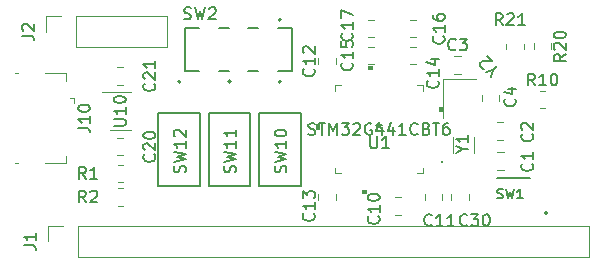
<source format=gbr>
%TF.GenerationSoftware,KiCad,Pcbnew,(6.0.6)*%
%TF.CreationDate,2022-07-30T22:38:46-07:00*%
%TF.ProjectId,ManySegDisplayController,4d616e79-5365-4674-9469-73706c617943,rev?*%
%TF.SameCoordinates,Original*%
%TF.FileFunction,Legend,Top*%
%TF.FilePolarity,Positive*%
%FSLAX46Y46*%
G04 Gerber Fmt 4.6, Leading zero omitted, Abs format (unit mm)*
G04 Created by KiCad (PCBNEW (6.0.6)) date 2022-07-30 22:38:46*
%MOMM*%
%LPD*%
G01*
G04 APERTURE LIST*
%ADD10C,0.150000*%
%ADD11C,0.120000*%
%ADD12C,0.127000*%
%ADD13C,0.200000*%
%ADD14C,0.100000*%
G04 APERTURE END LIST*
D10*
%TO.C,C20*%
X134607142Y-78392857D02*
X134654761Y-78440476D01*
X134702380Y-78583333D01*
X134702380Y-78678571D01*
X134654761Y-78821428D01*
X134559523Y-78916666D01*
X134464285Y-78964285D01*
X134273809Y-79011904D01*
X134130952Y-79011904D01*
X133940476Y-78964285D01*
X133845238Y-78916666D01*
X133750000Y-78821428D01*
X133702380Y-78678571D01*
X133702380Y-78583333D01*
X133750000Y-78440476D01*
X133797619Y-78392857D01*
X133797619Y-78011904D02*
X133750000Y-77964285D01*
X133702380Y-77869047D01*
X133702380Y-77630952D01*
X133750000Y-77535714D01*
X133797619Y-77488095D01*
X133892857Y-77440476D01*
X133988095Y-77440476D01*
X134130952Y-77488095D01*
X134702380Y-78059523D01*
X134702380Y-77440476D01*
X133702380Y-76821428D02*
X133702380Y-76726190D01*
X133750000Y-76630952D01*
X133797619Y-76583333D01*
X133892857Y-76535714D01*
X134083333Y-76488095D01*
X134321428Y-76488095D01*
X134511904Y-76535714D01*
X134607142Y-76583333D01*
X134654761Y-76630952D01*
X134702380Y-76726190D01*
X134702380Y-76821428D01*
X134654761Y-76916666D01*
X134607142Y-76964285D01*
X134511904Y-77011904D01*
X134321428Y-77059523D01*
X134083333Y-77059523D01*
X133892857Y-77011904D01*
X133797619Y-76964285D01*
X133750000Y-76916666D01*
X133702380Y-76821428D01*
%TO.C,C21*%
X134607142Y-72392857D02*
X134654761Y-72440476D01*
X134702380Y-72583333D01*
X134702380Y-72678571D01*
X134654761Y-72821428D01*
X134559523Y-72916666D01*
X134464285Y-72964285D01*
X134273809Y-73011904D01*
X134130952Y-73011904D01*
X133940476Y-72964285D01*
X133845238Y-72916666D01*
X133750000Y-72821428D01*
X133702380Y-72678571D01*
X133702380Y-72583333D01*
X133750000Y-72440476D01*
X133797619Y-72392857D01*
X133797619Y-72011904D02*
X133750000Y-71964285D01*
X133702380Y-71869047D01*
X133702380Y-71630952D01*
X133750000Y-71535714D01*
X133797619Y-71488095D01*
X133892857Y-71440476D01*
X133988095Y-71440476D01*
X134130952Y-71488095D01*
X134702380Y-72059523D01*
X134702380Y-71440476D01*
X134702380Y-70488095D02*
X134702380Y-71059523D01*
X134702380Y-70773809D02*
X133702380Y-70773809D01*
X133845238Y-70869047D01*
X133940476Y-70964285D01*
X133988095Y-71059523D01*
%TO.C,J1*%
X123602380Y-86083333D02*
X124316666Y-86083333D01*
X124459523Y-86130952D01*
X124554761Y-86226190D01*
X124602380Y-86369047D01*
X124602380Y-86464285D01*
X124602380Y-85083333D02*
X124602380Y-85654761D01*
X124602380Y-85369047D02*
X123602380Y-85369047D01*
X123745238Y-85464285D01*
X123840476Y-85559523D01*
X123888095Y-85654761D01*
%TO.C,J10*%
X128182380Y-76149523D02*
X128896666Y-76149523D01*
X129039523Y-76197142D01*
X129134761Y-76292380D01*
X129182380Y-76435238D01*
X129182380Y-76530476D01*
X129182380Y-75149523D02*
X129182380Y-75720952D01*
X129182380Y-75435238D02*
X128182380Y-75435238D01*
X128325238Y-75530476D01*
X128420476Y-75625714D01*
X128468095Y-75720952D01*
X128182380Y-74530476D02*
X128182380Y-74435238D01*
X128230000Y-74340000D01*
X128277619Y-74292380D01*
X128372857Y-74244761D01*
X128563333Y-74197142D01*
X128801428Y-74197142D01*
X128991904Y-74244761D01*
X129087142Y-74292380D01*
X129134761Y-74340000D01*
X129182380Y-74435238D01*
X129182380Y-74530476D01*
X129134761Y-74625714D01*
X129087142Y-74673333D01*
X128991904Y-74720952D01*
X128801428Y-74768571D01*
X128563333Y-74768571D01*
X128372857Y-74720952D01*
X128277619Y-74673333D01*
X128230000Y-74625714D01*
X128182380Y-74530476D01*
%TO.C,SW2*%
X137166666Y-66904761D02*
X137309523Y-66952380D01*
X137547619Y-66952380D01*
X137642857Y-66904761D01*
X137690476Y-66857142D01*
X137738095Y-66761904D01*
X137738095Y-66666666D01*
X137690476Y-66571428D01*
X137642857Y-66523809D01*
X137547619Y-66476190D01*
X137357142Y-66428571D01*
X137261904Y-66380952D01*
X137214285Y-66333333D01*
X137166666Y-66238095D01*
X137166666Y-66142857D01*
X137214285Y-66047619D01*
X137261904Y-66000000D01*
X137357142Y-65952380D01*
X137595238Y-65952380D01*
X137738095Y-66000000D01*
X138071428Y-65952380D02*
X138309523Y-66952380D01*
X138500000Y-66238095D01*
X138690476Y-66952380D01*
X138928571Y-65952380D01*
X139261904Y-66047619D02*
X139309523Y-66000000D01*
X139404761Y-65952380D01*
X139642857Y-65952380D01*
X139738095Y-66000000D01*
X139785714Y-66047619D01*
X139833333Y-66142857D01*
X139833333Y-66238095D01*
X139785714Y-66380952D01*
X139214285Y-66952380D01*
X139833333Y-66952380D01*
%TO.C,SW10*%
X145764761Y-79909523D02*
X145812380Y-79766666D01*
X145812380Y-79528571D01*
X145764761Y-79433333D01*
X145717142Y-79385714D01*
X145621904Y-79338095D01*
X145526666Y-79338095D01*
X145431428Y-79385714D01*
X145383809Y-79433333D01*
X145336190Y-79528571D01*
X145288571Y-79719047D01*
X145240952Y-79814285D01*
X145193333Y-79861904D01*
X145098095Y-79909523D01*
X145002857Y-79909523D01*
X144907619Y-79861904D01*
X144860000Y-79814285D01*
X144812380Y-79719047D01*
X144812380Y-79480952D01*
X144860000Y-79338095D01*
X144812380Y-79004761D02*
X145812380Y-78766666D01*
X145098095Y-78576190D01*
X145812380Y-78385714D01*
X144812380Y-78147619D01*
X145812380Y-77242857D02*
X145812380Y-77814285D01*
X145812380Y-77528571D02*
X144812380Y-77528571D01*
X144955238Y-77623809D01*
X145050476Y-77719047D01*
X145098095Y-77814285D01*
X144812380Y-76623809D02*
X144812380Y-76528571D01*
X144860000Y-76433333D01*
X144907619Y-76385714D01*
X145002857Y-76338095D01*
X145193333Y-76290476D01*
X145431428Y-76290476D01*
X145621904Y-76338095D01*
X145717142Y-76385714D01*
X145764761Y-76433333D01*
X145812380Y-76528571D01*
X145812380Y-76623809D01*
X145764761Y-76719047D01*
X145717142Y-76766666D01*
X145621904Y-76814285D01*
X145431428Y-76861904D01*
X145193333Y-76861904D01*
X145002857Y-76814285D01*
X144907619Y-76766666D01*
X144860000Y-76719047D01*
X144812380Y-76623809D01*
%TO.C,SW11*%
X141484761Y-79909523D02*
X141532380Y-79766666D01*
X141532380Y-79528571D01*
X141484761Y-79433333D01*
X141437142Y-79385714D01*
X141341904Y-79338095D01*
X141246666Y-79338095D01*
X141151428Y-79385714D01*
X141103809Y-79433333D01*
X141056190Y-79528571D01*
X141008571Y-79719047D01*
X140960952Y-79814285D01*
X140913333Y-79861904D01*
X140818095Y-79909523D01*
X140722857Y-79909523D01*
X140627619Y-79861904D01*
X140580000Y-79814285D01*
X140532380Y-79719047D01*
X140532380Y-79480952D01*
X140580000Y-79338095D01*
X140532380Y-79004761D02*
X141532380Y-78766666D01*
X140818095Y-78576190D01*
X141532380Y-78385714D01*
X140532380Y-78147619D01*
X141532380Y-77242857D02*
X141532380Y-77814285D01*
X141532380Y-77528571D02*
X140532380Y-77528571D01*
X140675238Y-77623809D01*
X140770476Y-77719047D01*
X140818095Y-77814285D01*
X141532380Y-76290476D02*
X141532380Y-76861904D01*
X141532380Y-76576190D02*
X140532380Y-76576190D01*
X140675238Y-76671428D01*
X140770476Y-76766666D01*
X140818095Y-76861904D01*
%TO.C,SW12*%
X137224761Y-79909523D02*
X137272380Y-79766666D01*
X137272380Y-79528571D01*
X137224761Y-79433333D01*
X137177142Y-79385714D01*
X137081904Y-79338095D01*
X136986666Y-79338095D01*
X136891428Y-79385714D01*
X136843809Y-79433333D01*
X136796190Y-79528571D01*
X136748571Y-79719047D01*
X136700952Y-79814285D01*
X136653333Y-79861904D01*
X136558095Y-79909523D01*
X136462857Y-79909523D01*
X136367619Y-79861904D01*
X136320000Y-79814285D01*
X136272380Y-79719047D01*
X136272380Y-79480952D01*
X136320000Y-79338095D01*
X136272380Y-79004761D02*
X137272380Y-78766666D01*
X136558095Y-78576190D01*
X137272380Y-78385714D01*
X136272380Y-78147619D01*
X137272380Y-77242857D02*
X137272380Y-77814285D01*
X137272380Y-77528571D02*
X136272380Y-77528571D01*
X136415238Y-77623809D01*
X136510476Y-77719047D01*
X136558095Y-77814285D01*
X136367619Y-76861904D02*
X136320000Y-76814285D01*
X136272380Y-76719047D01*
X136272380Y-76480952D01*
X136320000Y-76385714D01*
X136367619Y-76338095D01*
X136462857Y-76290476D01*
X136558095Y-76290476D01*
X136700952Y-76338095D01*
X137272380Y-76909523D01*
X137272380Y-76290476D01*
%TO.C,U10*%
X131202380Y-75988095D02*
X132011904Y-75988095D01*
X132107142Y-75940476D01*
X132154761Y-75892857D01*
X132202380Y-75797619D01*
X132202380Y-75607142D01*
X132154761Y-75511904D01*
X132107142Y-75464285D01*
X132011904Y-75416666D01*
X131202380Y-75416666D01*
X132202380Y-74416666D02*
X132202380Y-74988095D01*
X132202380Y-74702380D02*
X131202380Y-74702380D01*
X131345238Y-74797619D01*
X131440476Y-74892857D01*
X131488095Y-74988095D01*
X131202380Y-73797619D02*
X131202380Y-73702380D01*
X131250000Y-73607142D01*
X131297619Y-73559523D01*
X131392857Y-73511904D01*
X131583333Y-73464285D01*
X131821428Y-73464285D01*
X132011904Y-73511904D01*
X132107142Y-73559523D01*
X132154761Y-73607142D01*
X132202380Y-73702380D01*
X132202380Y-73797619D01*
X132154761Y-73892857D01*
X132107142Y-73940476D01*
X132011904Y-73988095D01*
X131821428Y-74035714D01*
X131583333Y-74035714D01*
X131392857Y-73988095D01*
X131297619Y-73940476D01*
X131250000Y-73892857D01*
X131202380Y-73797619D01*
%TO.C,R1*%
X128833333Y-80452380D02*
X128500000Y-79976190D01*
X128261904Y-80452380D02*
X128261904Y-79452380D01*
X128642857Y-79452380D01*
X128738095Y-79500000D01*
X128785714Y-79547619D01*
X128833333Y-79642857D01*
X128833333Y-79785714D01*
X128785714Y-79880952D01*
X128738095Y-79928571D01*
X128642857Y-79976190D01*
X128261904Y-79976190D01*
X129785714Y-80452380D02*
X129214285Y-80452380D01*
X129500000Y-80452380D02*
X129500000Y-79452380D01*
X129404761Y-79595238D01*
X129309523Y-79690476D01*
X129214285Y-79738095D01*
%TO.C,R2*%
X128833333Y-82452380D02*
X128500000Y-81976190D01*
X128261904Y-82452380D02*
X128261904Y-81452380D01*
X128642857Y-81452380D01*
X128738095Y-81500000D01*
X128785714Y-81547619D01*
X128833333Y-81642857D01*
X128833333Y-81785714D01*
X128785714Y-81880952D01*
X128738095Y-81928571D01*
X128642857Y-81976190D01*
X128261904Y-81976190D01*
X129214285Y-81547619D02*
X129261904Y-81500000D01*
X129357142Y-81452380D01*
X129595238Y-81452380D01*
X129690476Y-81500000D01*
X129738095Y-81547619D01*
X129785714Y-81642857D01*
X129785714Y-81738095D01*
X129738095Y-81880952D01*
X129166666Y-82452380D01*
X129785714Y-82452380D01*
%TO.C,J2*%
X123432380Y-68333333D02*
X124146666Y-68333333D01*
X124289523Y-68380952D01*
X124384761Y-68476190D01*
X124432380Y-68619047D01*
X124432380Y-68714285D01*
X123527619Y-67904761D02*
X123480000Y-67857142D01*
X123432380Y-67761904D01*
X123432380Y-67523809D01*
X123480000Y-67428571D01*
X123527619Y-67380952D01*
X123622857Y-67333333D01*
X123718095Y-67333333D01*
X123860952Y-67380952D01*
X124432380Y-67952380D01*
X124432380Y-67333333D01*
%TO.C,SW1*%
X163680886Y-82074552D02*
X163795434Y-82112734D01*
X163986347Y-82112734D01*
X164062712Y-82074552D01*
X164100895Y-82036369D01*
X164139078Y-81960004D01*
X164139078Y-81883639D01*
X164100895Y-81807273D01*
X164062712Y-81769091D01*
X163986347Y-81730908D01*
X163833617Y-81692726D01*
X163757251Y-81654543D01*
X163719069Y-81616360D01*
X163680886Y-81539995D01*
X163680886Y-81463630D01*
X163719069Y-81387265D01*
X163757251Y-81349082D01*
X163833617Y-81310899D01*
X164024530Y-81310899D01*
X164139078Y-81349082D01*
X164406356Y-81310899D02*
X164597269Y-82112734D01*
X164750000Y-81539995D01*
X164902730Y-82112734D01*
X165093643Y-81310899D01*
X165819113Y-82112734D02*
X165360921Y-82112734D01*
X165590017Y-82112734D02*
X165590017Y-81310899D01*
X165513652Y-81425447D01*
X165437287Y-81501812D01*
X165360921Y-81539995D01*
%TO.C,C1*%
X166607142Y-79166666D02*
X166654761Y-79214285D01*
X166702380Y-79357142D01*
X166702380Y-79452380D01*
X166654761Y-79595238D01*
X166559523Y-79690476D01*
X166464285Y-79738095D01*
X166273809Y-79785714D01*
X166130952Y-79785714D01*
X165940476Y-79738095D01*
X165845238Y-79690476D01*
X165750000Y-79595238D01*
X165702380Y-79452380D01*
X165702380Y-79357142D01*
X165750000Y-79214285D01*
X165797619Y-79166666D01*
X166702380Y-78214285D02*
X166702380Y-78785714D01*
X166702380Y-78500000D02*
X165702380Y-78500000D01*
X165845238Y-78595238D01*
X165940476Y-78690476D01*
X165988095Y-78785714D01*
%TO.C,C4*%
X165157142Y-73696666D02*
X165204761Y-73744285D01*
X165252380Y-73887142D01*
X165252380Y-73982380D01*
X165204761Y-74125238D01*
X165109523Y-74220476D01*
X165014285Y-74268095D01*
X164823809Y-74315714D01*
X164680952Y-74315714D01*
X164490476Y-74268095D01*
X164395238Y-74220476D01*
X164300000Y-74125238D01*
X164252380Y-73982380D01*
X164252380Y-73887142D01*
X164300000Y-73744285D01*
X164347619Y-73696666D01*
X164585714Y-72839523D02*
X165252380Y-72839523D01*
X164204761Y-73077619D02*
X164919047Y-73315714D01*
X164919047Y-72696666D01*
%TO.C,C13*%
X148107142Y-83392857D02*
X148154761Y-83440476D01*
X148202380Y-83583333D01*
X148202380Y-83678571D01*
X148154761Y-83821428D01*
X148059523Y-83916666D01*
X147964285Y-83964285D01*
X147773809Y-84011904D01*
X147630952Y-84011904D01*
X147440476Y-83964285D01*
X147345238Y-83916666D01*
X147250000Y-83821428D01*
X147202380Y-83678571D01*
X147202380Y-83583333D01*
X147250000Y-83440476D01*
X147297619Y-83392857D01*
X148202380Y-82440476D02*
X148202380Y-83011904D01*
X148202380Y-82726190D02*
X147202380Y-82726190D01*
X147345238Y-82821428D01*
X147440476Y-82916666D01*
X147488095Y-83011904D01*
X147202380Y-82107142D02*
X147202380Y-81488095D01*
X147583333Y-81821428D01*
X147583333Y-81678571D01*
X147630952Y-81583333D01*
X147678571Y-81535714D01*
X147773809Y-81488095D01*
X148011904Y-81488095D01*
X148107142Y-81535714D01*
X148154761Y-81583333D01*
X148202380Y-81678571D01*
X148202380Y-81964285D01*
X148154761Y-82059523D01*
X148107142Y-82107142D01*
%TO.C,C11*%
X158107142Y-84357142D02*
X158059523Y-84404761D01*
X157916666Y-84452380D01*
X157821428Y-84452380D01*
X157678571Y-84404761D01*
X157583333Y-84309523D01*
X157535714Y-84214285D01*
X157488095Y-84023809D01*
X157488095Y-83880952D01*
X157535714Y-83690476D01*
X157583333Y-83595238D01*
X157678571Y-83500000D01*
X157821428Y-83452380D01*
X157916666Y-83452380D01*
X158059523Y-83500000D01*
X158107142Y-83547619D01*
X159059523Y-84452380D02*
X158488095Y-84452380D01*
X158773809Y-84452380D02*
X158773809Y-83452380D01*
X158678571Y-83595238D01*
X158583333Y-83690476D01*
X158488095Y-83738095D01*
X160011904Y-84452380D02*
X159440476Y-84452380D01*
X159726190Y-84452380D02*
X159726190Y-83452380D01*
X159630952Y-83595238D01*
X159535714Y-83690476D01*
X159440476Y-83738095D01*
%TO.C,C12*%
X148107142Y-71142857D02*
X148154761Y-71190476D01*
X148202380Y-71333333D01*
X148202380Y-71428571D01*
X148154761Y-71571428D01*
X148059523Y-71666666D01*
X147964285Y-71714285D01*
X147773809Y-71761904D01*
X147630952Y-71761904D01*
X147440476Y-71714285D01*
X147345238Y-71666666D01*
X147250000Y-71571428D01*
X147202380Y-71428571D01*
X147202380Y-71333333D01*
X147250000Y-71190476D01*
X147297619Y-71142857D01*
X148202380Y-70190476D02*
X148202380Y-70761904D01*
X148202380Y-70476190D02*
X147202380Y-70476190D01*
X147345238Y-70571428D01*
X147440476Y-70666666D01*
X147488095Y-70761904D01*
X147297619Y-69809523D02*
X147250000Y-69761904D01*
X147202380Y-69666666D01*
X147202380Y-69428571D01*
X147250000Y-69333333D01*
X147297619Y-69285714D01*
X147392857Y-69238095D01*
X147488095Y-69238095D01*
X147630952Y-69285714D01*
X148202380Y-69857142D01*
X148202380Y-69238095D01*
%TO.C,C15*%
X151357142Y-70642857D02*
X151404761Y-70690476D01*
X151452380Y-70833333D01*
X151452380Y-70928571D01*
X151404761Y-71071428D01*
X151309523Y-71166666D01*
X151214285Y-71214285D01*
X151023809Y-71261904D01*
X150880952Y-71261904D01*
X150690476Y-71214285D01*
X150595238Y-71166666D01*
X150500000Y-71071428D01*
X150452380Y-70928571D01*
X150452380Y-70833333D01*
X150500000Y-70690476D01*
X150547619Y-70642857D01*
X151452380Y-69690476D02*
X151452380Y-70261904D01*
X151452380Y-69976190D02*
X150452380Y-69976190D01*
X150595238Y-70071428D01*
X150690476Y-70166666D01*
X150738095Y-70261904D01*
X150452380Y-68785714D02*
X150452380Y-69261904D01*
X150928571Y-69309523D01*
X150880952Y-69261904D01*
X150833333Y-69166666D01*
X150833333Y-68928571D01*
X150880952Y-68833333D01*
X150928571Y-68785714D01*
X151023809Y-68738095D01*
X151261904Y-68738095D01*
X151357142Y-68785714D01*
X151404761Y-68833333D01*
X151452380Y-68928571D01*
X151452380Y-69166666D01*
X151404761Y-69261904D01*
X151357142Y-69309523D01*
%TO.C,C16*%
X159107142Y-68392857D02*
X159154761Y-68440476D01*
X159202380Y-68583333D01*
X159202380Y-68678571D01*
X159154761Y-68821428D01*
X159059523Y-68916666D01*
X158964285Y-68964285D01*
X158773809Y-69011904D01*
X158630952Y-69011904D01*
X158440476Y-68964285D01*
X158345238Y-68916666D01*
X158250000Y-68821428D01*
X158202380Y-68678571D01*
X158202380Y-68583333D01*
X158250000Y-68440476D01*
X158297619Y-68392857D01*
X159202380Y-67440476D02*
X159202380Y-68011904D01*
X159202380Y-67726190D02*
X158202380Y-67726190D01*
X158345238Y-67821428D01*
X158440476Y-67916666D01*
X158488095Y-68011904D01*
X158202380Y-66583333D02*
X158202380Y-66773809D01*
X158250000Y-66869047D01*
X158297619Y-66916666D01*
X158440476Y-67011904D01*
X158630952Y-67059523D01*
X159011904Y-67059523D01*
X159107142Y-67011904D01*
X159154761Y-66964285D01*
X159202380Y-66869047D01*
X159202380Y-66678571D01*
X159154761Y-66583333D01*
X159107142Y-66535714D01*
X159011904Y-66488095D01*
X158773809Y-66488095D01*
X158678571Y-66535714D01*
X158630952Y-66583333D01*
X158583333Y-66678571D01*
X158583333Y-66869047D01*
X158630952Y-66964285D01*
X158678571Y-67011904D01*
X158773809Y-67059523D01*
%TO.C,C10*%
X153607142Y-83642857D02*
X153654761Y-83690476D01*
X153702380Y-83833333D01*
X153702380Y-83928571D01*
X153654761Y-84071428D01*
X153559523Y-84166666D01*
X153464285Y-84214285D01*
X153273809Y-84261904D01*
X153130952Y-84261904D01*
X152940476Y-84214285D01*
X152845238Y-84166666D01*
X152750000Y-84071428D01*
X152702380Y-83928571D01*
X152702380Y-83833333D01*
X152750000Y-83690476D01*
X152797619Y-83642857D01*
X153702380Y-82690476D02*
X153702380Y-83261904D01*
X153702380Y-82976190D02*
X152702380Y-82976190D01*
X152845238Y-83071428D01*
X152940476Y-83166666D01*
X152988095Y-83261904D01*
X152702380Y-82071428D02*
X152702380Y-81976190D01*
X152750000Y-81880952D01*
X152797619Y-81833333D01*
X152892857Y-81785714D01*
X153083333Y-81738095D01*
X153321428Y-81738095D01*
X153511904Y-81785714D01*
X153607142Y-81833333D01*
X153654761Y-81880952D01*
X153702380Y-81976190D01*
X153702380Y-82071428D01*
X153654761Y-82166666D01*
X153607142Y-82214285D01*
X153511904Y-82261904D01*
X153321428Y-82309523D01*
X153083333Y-82309523D01*
X152892857Y-82261904D01*
X152797619Y-82214285D01*
X152750000Y-82166666D01*
X152702380Y-82071428D01*
%TO.C,C17*%
X151357142Y-68142857D02*
X151404761Y-68190476D01*
X151452380Y-68333333D01*
X151452380Y-68428571D01*
X151404761Y-68571428D01*
X151309523Y-68666666D01*
X151214285Y-68714285D01*
X151023809Y-68761904D01*
X150880952Y-68761904D01*
X150690476Y-68714285D01*
X150595238Y-68666666D01*
X150500000Y-68571428D01*
X150452380Y-68428571D01*
X150452380Y-68333333D01*
X150500000Y-68190476D01*
X150547619Y-68142857D01*
X151452380Y-67190476D02*
X151452380Y-67761904D01*
X151452380Y-67476190D02*
X150452380Y-67476190D01*
X150595238Y-67571428D01*
X150690476Y-67666666D01*
X150738095Y-67761904D01*
X150452380Y-66857142D02*
X150452380Y-66190476D01*
X151452380Y-66619047D01*
%TO.C,C30*%
X161107142Y-84357142D02*
X161059523Y-84404761D01*
X160916666Y-84452380D01*
X160821428Y-84452380D01*
X160678571Y-84404761D01*
X160583333Y-84309523D01*
X160535714Y-84214285D01*
X160488095Y-84023809D01*
X160488095Y-83880952D01*
X160535714Y-83690476D01*
X160583333Y-83595238D01*
X160678571Y-83500000D01*
X160821428Y-83452380D01*
X160916666Y-83452380D01*
X161059523Y-83500000D01*
X161107142Y-83547619D01*
X161440476Y-83452380D02*
X162059523Y-83452380D01*
X161726190Y-83833333D01*
X161869047Y-83833333D01*
X161964285Y-83880952D01*
X162011904Y-83928571D01*
X162059523Y-84023809D01*
X162059523Y-84261904D01*
X162011904Y-84357142D01*
X161964285Y-84404761D01*
X161869047Y-84452380D01*
X161583333Y-84452380D01*
X161488095Y-84404761D01*
X161440476Y-84357142D01*
X162678571Y-83452380D02*
X162773809Y-83452380D01*
X162869047Y-83500000D01*
X162916666Y-83547619D01*
X162964285Y-83642857D01*
X163011904Y-83833333D01*
X163011904Y-84071428D01*
X162964285Y-84261904D01*
X162916666Y-84357142D01*
X162869047Y-84404761D01*
X162773809Y-84452380D01*
X162678571Y-84452380D01*
X162583333Y-84404761D01*
X162535714Y-84357142D01*
X162488095Y-84261904D01*
X162440476Y-84071428D01*
X162440476Y-83833333D01*
X162488095Y-83642857D01*
X162535714Y-83547619D01*
X162583333Y-83500000D01*
X162678571Y-83452380D01*
%TO.C,C2*%
X166607142Y-76666666D02*
X166654761Y-76714285D01*
X166702380Y-76857142D01*
X166702380Y-76952380D01*
X166654761Y-77095238D01*
X166559523Y-77190476D01*
X166464285Y-77238095D01*
X166273809Y-77285714D01*
X166130952Y-77285714D01*
X165940476Y-77238095D01*
X165845238Y-77190476D01*
X165750000Y-77095238D01*
X165702380Y-76952380D01*
X165702380Y-76857142D01*
X165750000Y-76714285D01*
X165797619Y-76666666D01*
X165797619Y-76285714D02*
X165750000Y-76238095D01*
X165702380Y-76142857D01*
X165702380Y-75904761D01*
X165750000Y-75809523D01*
X165797619Y-75761904D01*
X165892857Y-75714285D01*
X165988095Y-75714285D01*
X166130952Y-75761904D01*
X166702380Y-76333333D01*
X166702380Y-75714285D01*
%TO.C,C3*%
X160133333Y-69497142D02*
X160085714Y-69544761D01*
X159942857Y-69592380D01*
X159847619Y-69592380D01*
X159704761Y-69544761D01*
X159609523Y-69449523D01*
X159561904Y-69354285D01*
X159514285Y-69163809D01*
X159514285Y-69020952D01*
X159561904Y-68830476D01*
X159609523Y-68735238D01*
X159704761Y-68640000D01*
X159847619Y-68592380D01*
X159942857Y-68592380D01*
X160085714Y-68640000D01*
X160133333Y-68687619D01*
X160466666Y-68592380D02*
X161085714Y-68592380D01*
X160752380Y-68973333D01*
X160895238Y-68973333D01*
X160990476Y-69020952D01*
X161038095Y-69068571D01*
X161085714Y-69163809D01*
X161085714Y-69401904D01*
X161038095Y-69497142D01*
X160990476Y-69544761D01*
X160895238Y-69592380D01*
X160609523Y-69592380D01*
X160514285Y-69544761D01*
X160466666Y-69497142D01*
%TO.C,C14*%
X158607142Y-72142857D02*
X158654761Y-72190476D01*
X158702380Y-72333333D01*
X158702380Y-72428571D01*
X158654761Y-72571428D01*
X158559523Y-72666666D01*
X158464285Y-72714285D01*
X158273809Y-72761904D01*
X158130952Y-72761904D01*
X157940476Y-72714285D01*
X157845238Y-72666666D01*
X157750000Y-72571428D01*
X157702380Y-72428571D01*
X157702380Y-72333333D01*
X157750000Y-72190476D01*
X157797619Y-72142857D01*
X158702380Y-71190476D02*
X158702380Y-71761904D01*
X158702380Y-71476190D02*
X157702380Y-71476190D01*
X157845238Y-71571428D01*
X157940476Y-71666666D01*
X157988095Y-71761904D01*
X158035714Y-70333333D02*
X158702380Y-70333333D01*
X157654761Y-70571428D02*
X158369047Y-70809523D01*
X158369047Y-70190476D01*
%TO.C,U1*%
X152918095Y-76862380D02*
X152918095Y-77671904D01*
X152965714Y-77767142D01*
X153013333Y-77814761D01*
X153108571Y-77862380D01*
X153299047Y-77862380D01*
X153394285Y-77814761D01*
X153441904Y-77767142D01*
X153489523Y-77671904D01*
X153489523Y-76862380D01*
X154489523Y-77862380D02*
X153918095Y-77862380D01*
X154203809Y-77862380D02*
X154203809Y-76862380D01*
X154108571Y-77005238D01*
X154013333Y-77100476D01*
X153918095Y-77148095D01*
X147673809Y-76684761D02*
X147816666Y-76732380D01*
X148054761Y-76732380D01*
X148150000Y-76684761D01*
X148197619Y-76637142D01*
X148245238Y-76541904D01*
X148245238Y-76446666D01*
X148197619Y-76351428D01*
X148150000Y-76303809D01*
X148054761Y-76256190D01*
X147864285Y-76208571D01*
X147769047Y-76160952D01*
X147721428Y-76113333D01*
X147673809Y-76018095D01*
X147673809Y-75922857D01*
X147721428Y-75827619D01*
X147769047Y-75780000D01*
X147864285Y-75732380D01*
X148102380Y-75732380D01*
X148245238Y-75780000D01*
X148530952Y-75732380D02*
X149102380Y-75732380D01*
X148816666Y-76732380D02*
X148816666Y-75732380D01*
X149435714Y-76732380D02*
X149435714Y-75732380D01*
X149769047Y-76446666D01*
X150102380Y-75732380D01*
X150102380Y-76732380D01*
X150483333Y-75732380D02*
X151102380Y-75732380D01*
X150769047Y-76113333D01*
X150911904Y-76113333D01*
X151007142Y-76160952D01*
X151054761Y-76208571D01*
X151102380Y-76303809D01*
X151102380Y-76541904D01*
X151054761Y-76637142D01*
X151007142Y-76684761D01*
X150911904Y-76732380D01*
X150626190Y-76732380D01*
X150530952Y-76684761D01*
X150483333Y-76637142D01*
X151483333Y-75827619D02*
X151530952Y-75780000D01*
X151626190Y-75732380D01*
X151864285Y-75732380D01*
X151959523Y-75780000D01*
X152007142Y-75827619D01*
X152054761Y-75922857D01*
X152054761Y-76018095D01*
X152007142Y-76160952D01*
X151435714Y-76732380D01*
X152054761Y-76732380D01*
X153007142Y-75780000D02*
X152911904Y-75732380D01*
X152769047Y-75732380D01*
X152626190Y-75780000D01*
X152530952Y-75875238D01*
X152483333Y-75970476D01*
X152435714Y-76160952D01*
X152435714Y-76303809D01*
X152483333Y-76494285D01*
X152530952Y-76589523D01*
X152626190Y-76684761D01*
X152769047Y-76732380D01*
X152864285Y-76732380D01*
X153007142Y-76684761D01*
X153054761Y-76637142D01*
X153054761Y-76303809D01*
X152864285Y-76303809D01*
X153911904Y-76065714D02*
X153911904Y-76732380D01*
X153673809Y-75684761D02*
X153435714Y-76399047D01*
X154054761Y-76399047D01*
X154864285Y-76065714D02*
X154864285Y-76732380D01*
X154626190Y-75684761D02*
X154388095Y-76399047D01*
X155007142Y-76399047D01*
X155911904Y-76732380D02*
X155340476Y-76732380D01*
X155626190Y-76732380D02*
X155626190Y-75732380D01*
X155530952Y-75875238D01*
X155435714Y-75970476D01*
X155340476Y-76018095D01*
X156911904Y-76637142D02*
X156864285Y-76684761D01*
X156721428Y-76732380D01*
X156626190Y-76732380D01*
X156483333Y-76684761D01*
X156388095Y-76589523D01*
X156340476Y-76494285D01*
X156292857Y-76303809D01*
X156292857Y-76160952D01*
X156340476Y-75970476D01*
X156388095Y-75875238D01*
X156483333Y-75780000D01*
X156626190Y-75732380D01*
X156721428Y-75732380D01*
X156864285Y-75780000D01*
X156911904Y-75827619D01*
X157673809Y-76208571D02*
X157816666Y-76256190D01*
X157864285Y-76303809D01*
X157911904Y-76399047D01*
X157911904Y-76541904D01*
X157864285Y-76637142D01*
X157816666Y-76684761D01*
X157721428Y-76732380D01*
X157340476Y-76732380D01*
X157340476Y-75732380D01*
X157673809Y-75732380D01*
X157769047Y-75780000D01*
X157816666Y-75827619D01*
X157864285Y-75922857D01*
X157864285Y-76018095D01*
X157816666Y-76113333D01*
X157769047Y-76160952D01*
X157673809Y-76208571D01*
X157340476Y-76208571D01*
X158197619Y-75732380D02*
X158769047Y-75732380D01*
X158483333Y-76732380D02*
X158483333Y-75732380D01*
X159530952Y-75732380D02*
X159340476Y-75732380D01*
X159245238Y-75780000D01*
X159197619Y-75827619D01*
X159102380Y-75970476D01*
X159054761Y-76160952D01*
X159054761Y-76541904D01*
X159102380Y-76637142D01*
X159150000Y-76684761D01*
X159245238Y-76732380D01*
X159435714Y-76732380D01*
X159530952Y-76684761D01*
X159578571Y-76637142D01*
X159626190Y-76541904D01*
X159626190Y-76303809D01*
X159578571Y-76208571D01*
X159530952Y-76160952D01*
X159435714Y-76113333D01*
X159245238Y-76113333D01*
X159150000Y-76160952D01*
X159102380Y-76208571D01*
X159054761Y-76303809D01*
X153650000Y-75732380D02*
X153650000Y-75970476D01*
X153411904Y-75875238D02*
X153650000Y-75970476D01*
X153888095Y-75875238D01*
X153507142Y-76160952D02*
X153650000Y-75970476D01*
X153792857Y-76160952D01*
%TO.C,Y2*%
X163289881Y-71263553D02*
X163626599Y-70926835D01*
X163155194Y-71869644D02*
X163289881Y-71263553D01*
X162683790Y-71398240D01*
X162549103Y-71128866D02*
X162481759Y-71128866D01*
X162380744Y-71095194D01*
X162212385Y-70926835D01*
X162178713Y-70825820D01*
X162178713Y-70758477D01*
X162212385Y-70657461D01*
X162279729Y-70590118D01*
X162414416Y-70522774D01*
X163222538Y-70522774D01*
X162784805Y-70085042D01*
%TO.C,R10*%
X166857142Y-72552380D02*
X166523809Y-72076190D01*
X166285714Y-72552380D02*
X166285714Y-71552380D01*
X166666666Y-71552380D01*
X166761904Y-71600000D01*
X166809523Y-71647619D01*
X166857142Y-71742857D01*
X166857142Y-71885714D01*
X166809523Y-71980952D01*
X166761904Y-72028571D01*
X166666666Y-72076190D01*
X166285714Y-72076190D01*
X167809523Y-72552380D02*
X167238095Y-72552380D01*
X167523809Y-72552380D02*
X167523809Y-71552380D01*
X167428571Y-71695238D01*
X167333333Y-71790476D01*
X167238095Y-71838095D01*
X168428571Y-71552380D02*
X168523809Y-71552380D01*
X168619047Y-71600000D01*
X168666666Y-71647619D01*
X168714285Y-71742857D01*
X168761904Y-71933333D01*
X168761904Y-72171428D01*
X168714285Y-72361904D01*
X168666666Y-72457142D01*
X168619047Y-72504761D01*
X168523809Y-72552380D01*
X168428571Y-72552380D01*
X168333333Y-72504761D01*
X168285714Y-72457142D01*
X168238095Y-72361904D01*
X168190476Y-72171428D01*
X168190476Y-71933333D01*
X168238095Y-71742857D01*
X168285714Y-71647619D01*
X168333333Y-71600000D01*
X168428571Y-71552380D01*
%TO.C,R20*%
X169452380Y-69892857D02*
X168976190Y-70226190D01*
X169452380Y-70464285D02*
X168452380Y-70464285D01*
X168452380Y-70083333D01*
X168500000Y-69988095D01*
X168547619Y-69940476D01*
X168642857Y-69892857D01*
X168785714Y-69892857D01*
X168880952Y-69940476D01*
X168928571Y-69988095D01*
X168976190Y-70083333D01*
X168976190Y-70464285D01*
X168547619Y-69511904D02*
X168500000Y-69464285D01*
X168452380Y-69369047D01*
X168452380Y-69130952D01*
X168500000Y-69035714D01*
X168547619Y-68988095D01*
X168642857Y-68940476D01*
X168738095Y-68940476D01*
X168880952Y-68988095D01*
X169452380Y-69559523D01*
X169452380Y-68940476D01*
X168452380Y-68321428D02*
X168452380Y-68226190D01*
X168500000Y-68130952D01*
X168547619Y-68083333D01*
X168642857Y-68035714D01*
X168833333Y-67988095D01*
X169071428Y-67988095D01*
X169261904Y-68035714D01*
X169357142Y-68083333D01*
X169404761Y-68130952D01*
X169452380Y-68226190D01*
X169452380Y-68321428D01*
X169404761Y-68416666D01*
X169357142Y-68464285D01*
X169261904Y-68511904D01*
X169071428Y-68559523D01*
X168833333Y-68559523D01*
X168642857Y-68511904D01*
X168547619Y-68464285D01*
X168500000Y-68416666D01*
X168452380Y-68321428D01*
%TO.C,R21*%
X164107142Y-67452380D02*
X163773809Y-66976190D01*
X163535714Y-67452380D02*
X163535714Y-66452380D01*
X163916666Y-66452380D01*
X164011904Y-66500000D01*
X164059523Y-66547619D01*
X164107142Y-66642857D01*
X164107142Y-66785714D01*
X164059523Y-66880952D01*
X164011904Y-66928571D01*
X163916666Y-66976190D01*
X163535714Y-66976190D01*
X164488095Y-66547619D02*
X164535714Y-66500000D01*
X164630952Y-66452380D01*
X164869047Y-66452380D01*
X164964285Y-66500000D01*
X165011904Y-66547619D01*
X165059523Y-66642857D01*
X165059523Y-66738095D01*
X165011904Y-66880952D01*
X164440476Y-67452380D01*
X165059523Y-67452380D01*
X166011904Y-67452380D02*
X165440476Y-67452380D01*
X165726190Y-67452380D02*
X165726190Y-66452380D01*
X165630952Y-66595238D01*
X165535714Y-66690476D01*
X165440476Y-66738095D01*
%TO.C,Y1*%
X160726190Y-77976190D02*
X161202380Y-77976190D01*
X160202380Y-78309523D02*
X160726190Y-77976190D01*
X160202380Y-77642857D01*
X161202380Y-76785714D02*
X161202380Y-77357142D01*
X161202380Y-77071428D02*
X160202380Y-77071428D01*
X160345238Y-77166666D01*
X160440476Y-77261904D01*
X160488095Y-77357142D01*
D11*
%TO.C,C20*%
X131488748Y-77015000D02*
X132011252Y-77015000D01*
X131488748Y-78485000D02*
X132011252Y-78485000D01*
%TO.C,C21*%
X131488748Y-72485000D02*
X132011252Y-72485000D01*
X131488748Y-71015000D02*
X132011252Y-71015000D01*
%TO.C,J1*%
X171430000Y-87080000D02*
X171430000Y-84420000D01*
X128190000Y-87080000D02*
X171430000Y-87080000D01*
X128190000Y-84420000D02*
X171430000Y-84420000D01*
X128190000Y-87080000D02*
X128190000Y-84420000D01*
X125590000Y-85750000D02*
X125590000Y-84420000D01*
X125590000Y-84420000D02*
X126920000Y-84420000D01*
%TO.C,J10*%
X127140000Y-79150000D02*
X127140000Y-78500000D01*
X125410000Y-79150000D02*
X127140000Y-79150000D01*
X122840000Y-79150000D02*
X123050000Y-79150000D01*
X125410000Y-71530000D02*
X127140000Y-71530000D01*
X127840000Y-73580000D02*
X127450000Y-73580000D01*
X127140000Y-71530000D02*
X127140000Y-72190000D01*
X127840000Y-73580000D02*
X127840000Y-74030000D01*
X122840000Y-71530000D02*
X123050000Y-71530000D01*
D12*
%TO.C,SW2*%
X138430000Y-71300000D02*
X137250000Y-71300000D01*
X145070000Y-67700000D02*
X146250000Y-67700000D01*
X137250000Y-67700000D02*
X138430000Y-67700000D01*
X140930000Y-71300000D02*
X140070000Y-71300000D01*
X140070000Y-67700000D02*
X140930000Y-67700000D01*
X143430000Y-71300000D02*
X142570000Y-71300000D01*
X142570000Y-67700000D02*
X143430000Y-67700000D01*
X137250000Y-71300000D02*
X137250000Y-67700000D01*
X146250000Y-71300000D02*
X145070000Y-71300000D01*
X146250000Y-67700000D02*
X146250000Y-71300000D01*
D13*
X145350000Y-67000000D02*
G75*
G03*
X145350000Y-67000000I-100000J0D01*
G01*
D12*
%TO.C,SW10*%
X147020000Y-74900000D02*
X147020000Y-81100000D01*
X147020000Y-81100000D02*
X143480000Y-81100000D01*
X143480000Y-74900000D02*
X147020000Y-74900000D01*
X143480000Y-81100000D02*
X143480000Y-74900000D01*
D13*
X145350000Y-72250000D02*
G75*
G03*
X145350000Y-72250000I-100000J0D01*
G01*
D12*
%TO.C,SW11*%
X139220000Y-74860000D02*
X142760000Y-74860000D01*
X139220000Y-81060000D02*
X139220000Y-74860000D01*
X142760000Y-74860000D02*
X142760000Y-81060000D01*
X142760000Y-81060000D02*
X139220000Y-81060000D01*
D13*
X141090000Y-72210000D02*
G75*
G03*
X141090000Y-72210000I-100000J0D01*
G01*
D12*
%TO.C,SW12*%
X134980000Y-74890000D02*
X138520000Y-74890000D01*
X138520000Y-74890000D02*
X138520000Y-81090000D01*
X138520000Y-81090000D02*
X134980000Y-81090000D01*
X134980000Y-81090000D02*
X134980000Y-74890000D01*
D13*
X136850000Y-72240000D02*
G75*
G03*
X136850000Y-72240000I-100000J0D01*
G01*
D11*
%TO.C,U10*%
X132650000Y-73140000D02*
X130200000Y-73140000D01*
X130850000Y-76360000D02*
X132650000Y-76360000D01*
%TO.C,R1*%
X131522936Y-80735000D02*
X131977064Y-80735000D01*
X131522936Y-79265000D02*
X131977064Y-79265000D01*
%TO.C,R2*%
X131522936Y-81265000D02*
X131977064Y-81265000D01*
X131522936Y-82735000D02*
X131977064Y-82735000D01*
%TO.C,J2*%
X128020000Y-66670000D02*
X135700000Y-66670000D01*
X125420000Y-66670000D02*
X126750000Y-66670000D01*
X135700000Y-69330000D02*
X135700000Y-66670000D01*
X128020000Y-69330000D02*
X128020000Y-66670000D01*
X125420000Y-68000000D02*
X125420000Y-66670000D01*
X128020000Y-69330000D02*
X135700000Y-69330000D01*
D12*
%TO.C,SW1*%
X166400000Y-80350000D02*
X163600000Y-80350000D01*
D13*
X167900000Y-83350000D02*
G75*
G03*
X167900000Y-83350000I-100000J0D01*
G01*
D11*
%TO.C,C1*%
X163678748Y-79685000D02*
X164201252Y-79685000D01*
X163678748Y-78215000D02*
X164201252Y-78215000D01*
%TO.C,C4*%
X163835000Y-73871252D02*
X163835000Y-73348748D01*
X162365000Y-73871252D02*
X162365000Y-73348748D01*
%TO.C,C13*%
X148515000Y-82261252D02*
X148515000Y-81738748D01*
X149985000Y-82261252D02*
X149985000Y-81738748D01*
%TO.C,C11*%
X158985000Y-81738748D02*
X158985000Y-82261252D01*
X157515000Y-81738748D02*
X157515000Y-82261252D01*
%TO.C,C12*%
X149985000Y-70761252D02*
X149985000Y-70238748D01*
X148515000Y-70761252D02*
X148515000Y-70238748D01*
%TO.C,C15*%
X152738748Y-69265000D02*
X153261252Y-69265000D01*
X152738748Y-70735000D02*
X153261252Y-70735000D01*
%TO.C,C16*%
X156761252Y-67015000D02*
X156238748Y-67015000D01*
X156761252Y-68485000D02*
X156238748Y-68485000D01*
%TO.C,C10*%
X155511252Y-82015000D02*
X154988748Y-82015000D01*
X155511252Y-83485000D02*
X154988748Y-83485000D01*
%TO.C,C17*%
X152738748Y-67015000D02*
X153261252Y-67015000D01*
X152738748Y-68485000D02*
X153261252Y-68485000D01*
%TO.C,C30*%
X161235000Y-81738748D02*
X161235000Y-82261252D01*
X159765000Y-81738748D02*
X159765000Y-82261252D01*
%TO.C,C2*%
X164191252Y-77145000D02*
X163668748Y-77145000D01*
X164191252Y-75675000D02*
X163668748Y-75675000D01*
%TO.C,C3*%
X160038748Y-71555000D02*
X160561252Y-71555000D01*
X160038748Y-70085000D02*
X160561252Y-70085000D01*
%TO.C,C14*%
X156761252Y-69265000D02*
X156238748Y-69265000D01*
X156761252Y-70735000D02*
X156238748Y-70735000D01*
%TO.C,U1*%
X157371100Y-73044860D02*
X157371100Y-72558900D01*
X157371100Y-80001100D02*
X157371100Y-79515140D01*
X149928900Y-80001100D02*
X150414860Y-80001100D01*
X156885140Y-80001100D02*
X157371100Y-80001100D01*
X149928900Y-72558900D02*
X149928900Y-73044860D01*
X149928900Y-79515140D02*
X149928900Y-80001100D01*
X150414860Y-72558900D02*
X149928900Y-72558900D01*
X157371100Y-72558900D02*
X156885140Y-72558900D01*
X159077101Y-79030000D02*
G75*
G03*
X159077101Y-79030000I-76200J0D01*
G01*
G36*
X153090499Y-71179101D02*
G01*
X152709499Y-71179101D01*
X152709499Y-70925101D01*
X153090499Y-70925101D01*
X153090499Y-71179101D01*
G37*
D14*
X153090499Y-71179101D02*
X152709499Y-71179101D01*
X152709499Y-70925101D01*
X153090499Y-70925101D01*
X153090499Y-71179101D01*
G36*
X159004899Y-74720501D02*
G01*
X158750899Y-74720501D01*
X158750899Y-74339501D01*
X159004899Y-74339501D01*
X159004899Y-74720501D01*
G37*
X159004899Y-74720501D02*
X158750899Y-74720501D01*
X158750899Y-74339501D01*
X159004899Y-74339501D01*
X159004899Y-74720501D01*
G36*
X152590500Y-81634899D02*
G01*
X152209500Y-81634899D01*
X152209500Y-81380899D01*
X152590500Y-81380899D01*
X152590500Y-81634899D01*
G37*
X152590500Y-81634899D02*
X152209500Y-81634899D01*
X152209500Y-81380899D01*
X152590500Y-81380899D01*
X152590500Y-81634899D01*
G36*
X148549101Y-76220501D02*
G01*
X148295101Y-76220501D01*
X148295101Y-75839500D01*
X148549101Y-75839500D01*
X148549101Y-76220501D01*
G37*
X148549101Y-76220501D02*
X148295101Y-76220501D01*
X148295101Y-75839500D01*
X148549101Y-75839500D01*
X148549101Y-76220501D01*
D11*
%TO.C,Y2*%
X159060000Y-71980000D02*
X159060000Y-75280000D01*
X161860000Y-71980000D02*
X159060000Y-71980000D01*
%TO.C,R10*%
X167272936Y-73015000D02*
X167727064Y-73015000D01*
X167272936Y-74485000D02*
X167727064Y-74485000D01*
%TO.C,R20*%
X166735000Y-69447064D02*
X166735000Y-68992936D01*
X168205000Y-69447064D02*
X168205000Y-68992936D01*
%TO.C,R21*%
X165905000Y-69487064D02*
X165905000Y-69032936D01*
X164435000Y-69487064D02*
X164435000Y-69032936D01*
%TO.C,Y1*%
X161685000Y-76925000D02*
X161685000Y-78275000D01*
X159935000Y-76925000D02*
X159935000Y-78275000D01*
%TD*%
M02*

</source>
